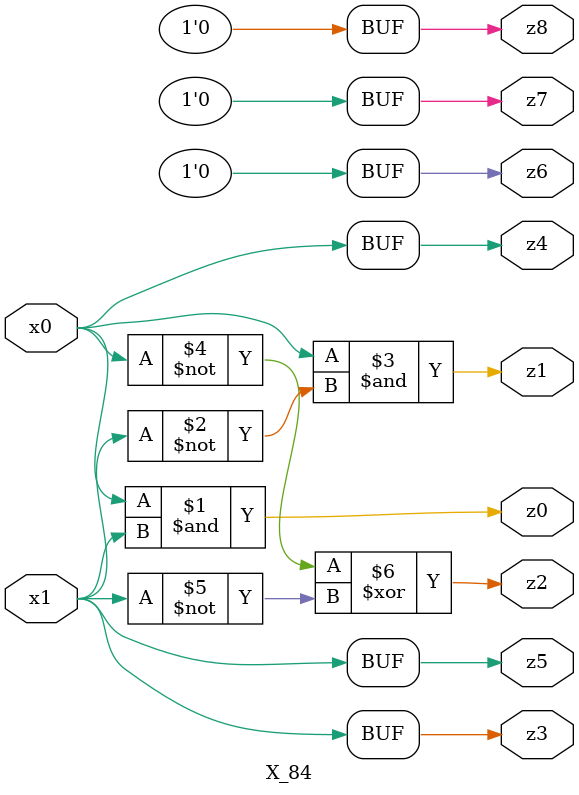
<source format=v>

module X_84 ( 
    x0, x1,
    z0, z1, z2, z3, z4, z5, z6, z7, z8  );
  input  x0, x1;
  output z0, z1, z2, z3, z4, z5, z6, z7, z8;
  assign z0 = x0 & x1;
  assign z1 = x0 & ~x1;
  assign z2 = ~x0 ^ ~x1;
  assign z3 = x0 ? x1 : x1;
  assign z4 = x1 ? x0 : x0;
  assign z5 = x0 ? x1 : x1;
  assign z6 = 1'b0;
  assign z7 = 1'b0;
  assign z8 = 1'b0;
endmodule



</source>
